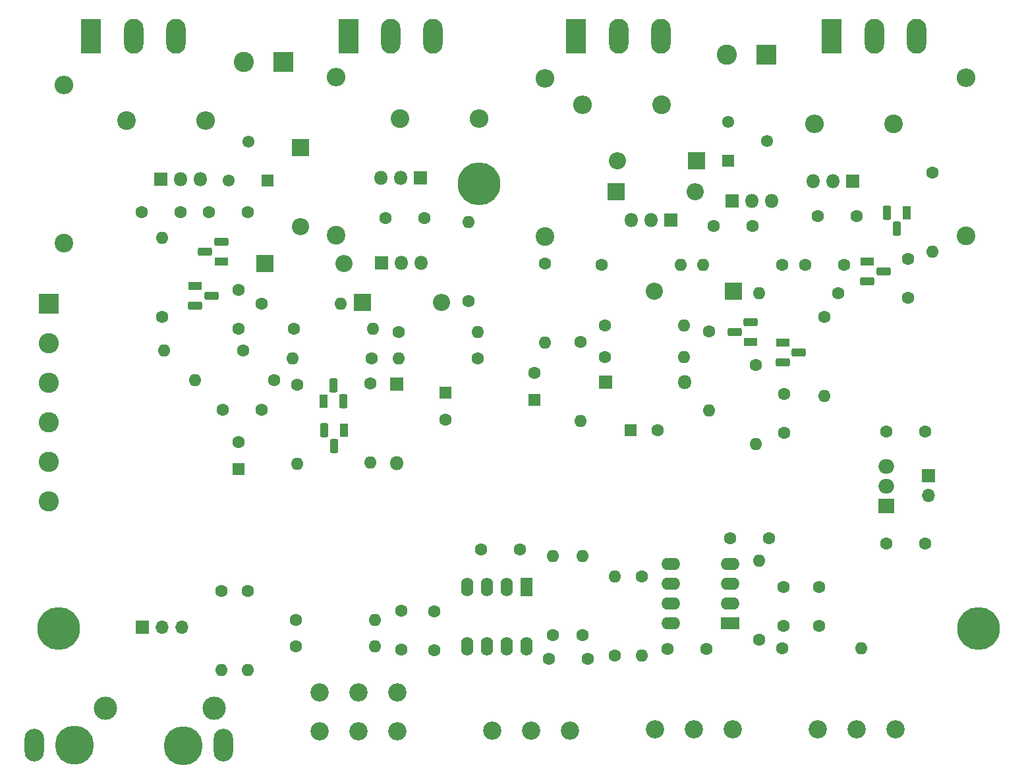
<source format=gbr>
%TF.GenerationSoftware,KiCad,Pcbnew,6.0.0-rc1-unknown-fbdb2bd91f~144~ubuntu20.04.1*%
%TF.CreationDate,2021-12-12T18:35:44-05:00*%
%TF.ProjectId,amplificador_200w_estereo,616d706c-6966-4696-9361-646f725f3230,v0.0.1*%
%TF.SameCoordinates,Original*%
%TF.FileFunction,Soldermask,Bot*%
%TF.FilePolarity,Negative*%
%FSLAX46Y46*%
G04 Gerber Fmt 4.6, Leading zero omitted, Abs format (unit mm)*
G04 Created by KiCad (PCBNEW 6.0.0-rc1-unknown-fbdb2bd91f~144~ubuntu20.04.1) date 2021-12-12 18:35:44*
%MOMM*%
%LPD*%
G01*
G04 APERTURE LIST*
G04 Aperture macros list*
%AMRoundRect*
0 Rectangle with rounded corners*
0 $1 Rounding radius*
0 $2 $3 $4 $5 $6 $7 $8 $9 X,Y pos of 4 corners*
0 Add a 4 corners polygon primitive as box body*
4,1,4,$2,$3,$4,$5,$6,$7,$8,$9,$2,$3,0*
0 Add four circle primitives for the rounded corners*
1,1,$1+$1,$2,$3*
1,1,$1+$1,$4,$5*
1,1,$1+$1,$6,$7*
1,1,$1+$1,$8,$9*
0 Add four rect primitives between the rounded corners*
20,1,$1+$1,$2,$3,$4,$5,0*
20,1,$1+$1,$4,$5,$6,$7,0*
20,1,$1+$1,$6,$7,$8,$9,0*
20,1,$1+$1,$8,$9,$2,$3,0*%
G04 Aperture macros list end*
%ADD10C,5.500000*%
%ADD11C,1.600000*%
%ADD12C,1.550000*%
%ADD13R,1.550000X1.550000*%
%ADD14O,2.500000X4.200000*%
%ADD15C,5.000000*%
%ADD16C,3.000000*%
%ADD17R,1.800000X1.800000*%
%ADD18O,1.800000X1.800000*%
%ADD19O,2.400000X2.400000*%
%ADD20C,2.400000*%
%ADD21R,1.600000X2.400000*%
%ADD22O,1.600000X2.400000*%
%ADD23O,1.600000X1.600000*%
%ADD24R,1.600000X1.600000*%
%ADD25O,2.500000X4.500000*%
%ADD26R,2.500000X4.500000*%
%ADD27RoundRect,0.275000X-0.625000X0.275000X-0.625000X-0.275000X0.625000X-0.275000X0.625000X0.275000X0*%
%ADD28R,1.800000X1.100000*%
%ADD29RoundRect,0.275000X0.625000X-0.275000X0.625000X0.275000X-0.625000X0.275000X-0.625000X-0.275000X0*%
%ADD30O,2.200000X2.200000*%
%ADD31R,2.200000X2.200000*%
%ADD32R,1.700000X1.700000*%
%ADD33O,1.700000X1.700000*%
%ADD34R,2.600000X2.600000*%
%ADD35C,2.600000*%
%ADD36R,2.000000X1.905000*%
%ADD37O,2.000000X1.905000*%
%ADD38C,2.340000*%
%ADD39R,2.400000X1.600000*%
%ADD40O,2.400000X1.600000*%
%ADD41RoundRect,0.275000X0.275000X0.625000X-0.275000X0.625000X-0.275000X-0.625000X0.275000X-0.625000X0*%
%ADD42R,1.100000X1.800000*%
%ADD43RoundRect,0.275000X-0.275000X-0.625000X0.275000X-0.625000X0.275000X0.625000X-0.275000X0.625000X0*%
G04 APERTURE END LIST*
D10*
%TO.C,H3*%
X65540000Y-32350000D03*
%TD*%
%TO.C,H2*%
X11460000Y-89500000D03*
%TD*%
%TO.C,H1*%
X129700000Y-89500000D03*
%TD*%
D11*
%TO.C,C24*%
X102800000Y-77920000D03*
X97800000Y-77920000D03*
%TD*%
%TO.C,C23*%
X79500000Y-93400000D03*
X74500000Y-93400000D03*
%TD*%
%TO.C,C22*%
X70800000Y-79400000D03*
X65800000Y-79400000D03*
%TD*%
%TO.C,C21*%
X89730000Y-92130000D03*
X94730000Y-92130000D03*
%TD*%
D12*
%TO.C,RV2*%
X33382500Y-31975000D03*
X35882500Y-26975000D03*
D13*
X38382500Y-31975000D03*
%TD*%
D12*
%TO.C,RV1*%
X97527500Y-24400000D03*
X102527500Y-26900000D03*
D13*
X97527500Y-29400000D03*
%TD*%
D11*
%TO.C,C20*%
X117800000Y-64200000D03*
X122800000Y-64200000D03*
%TD*%
%TO.C,C19*%
X117800000Y-78600000D03*
X122800000Y-78600000D03*
%TD*%
D14*
%TO.C,J2*%
X8350000Y-104500000D03*
X32650000Y-104500000D03*
D15*
X13500000Y-104500000D03*
D16*
X17500000Y-99750000D03*
D15*
X27500000Y-104600000D03*
D16*
X31500000Y-99750000D03*
%TD*%
D17*
%TO.C,Q16*%
X24600000Y-31800000D03*
D18*
X27140000Y-31800000D03*
X29680000Y-31800000D03*
%TD*%
D17*
%TO.C,Q15*%
X57982500Y-31575000D03*
D18*
X55442500Y-31575000D03*
X52902500Y-31575000D03*
%TD*%
D17*
%TO.C,Q7*%
X113500000Y-32000000D03*
D18*
X110960000Y-32000000D03*
X108420000Y-32000000D03*
%TD*%
D17*
%TO.C,Q6*%
X90122500Y-37050000D03*
D18*
X87582500Y-37050000D03*
X85042500Y-37050000D03*
%TD*%
D17*
%TO.C,Q14*%
X53025000Y-42557500D03*
D18*
X55565000Y-42557500D03*
X58105000Y-42557500D03*
%TD*%
D17*
%TO.C,Q5*%
X98042500Y-34540000D03*
D18*
X100582500Y-34540000D03*
X103122500Y-34540000D03*
%TD*%
D19*
%TO.C,R29*%
X65525000Y-24012500D03*
D20*
X55365000Y-24012500D03*
%TD*%
D19*
%TO.C,R13*%
X128087500Y-18755000D03*
D20*
X128087500Y-39075000D03*
%TD*%
D21*
%TO.C,U1*%
X71600000Y-84200000D03*
D22*
X69060000Y-84200000D03*
X66520000Y-84200000D03*
X63980000Y-84200000D03*
X63980000Y-91820000D03*
X66520000Y-91820000D03*
X69060000Y-91820000D03*
X71600000Y-91820000D03*
%TD*%
D23*
%TO.C,R2*%
X109900000Y-59660000D03*
D11*
X109900000Y-49500000D03*
%TD*%
%TO.C,C3*%
X72637500Y-56675000D03*
D24*
X72637500Y-60175000D03*
%TD*%
D25*
%TO.C,Q9*%
X121732500Y-13412500D03*
X116282500Y-13412500D03*
D26*
X110832500Y-13412500D03*
%TD*%
D23*
%TO.C,R1*%
X101052500Y-65805000D03*
D11*
X101052500Y-55645000D03*
%TD*%
%TO.C,R39*%
X78800000Y-90400000D03*
D23*
X78800000Y-80240000D03*
%TD*%
D11*
%TO.C,C4*%
X112400000Y-42800000D03*
X107400000Y-42800000D03*
%TD*%
D27*
%TO.C,Q4*%
X115400000Y-44940000D03*
X117470000Y-43670000D03*
D28*
X115400000Y-42400000D03*
%TD*%
D11*
%TO.C,R33*%
X104470000Y-92040000D03*
D23*
X114630000Y-92040000D03*
%TD*%
D11*
%TO.C,R34*%
X101520000Y-90960000D03*
D23*
X101520000Y-80800000D03*
%TD*%
D11*
%TO.C,C18*%
X59740000Y-87300000D03*
X59740000Y-92300000D03*
%TD*%
D29*
%TO.C,Q2*%
X100407500Y-50165000D03*
X98337500Y-51435000D03*
D28*
X100407500Y-52705000D03*
%TD*%
D30*
%TO.C,D3*%
X93262500Y-33395000D03*
D31*
X83102500Y-33395000D03*
%TD*%
D30*
%TO.C,D8*%
X42565000Y-37892500D03*
D31*
X42565000Y-27732500D03*
%TD*%
D32*
%TO.C,J5*%
X22275000Y-89375000D03*
D33*
X24815000Y-89375000D03*
X27355000Y-89375000D03*
%TD*%
D30*
%TO.C,D2*%
X88072500Y-46145000D03*
D31*
X98232500Y-46145000D03*
%TD*%
D11*
%TO.C,C12*%
X35782500Y-35975000D03*
X30782500Y-35975000D03*
%TD*%
D18*
%TO.C,D5*%
X54965000Y-68292500D03*
D17*
X54965000Y-58132500D03*
%TD*%
D19*
%TO.C,R14*%
X78822500Y-22195000D03*
D20*
X88982500Y-22195000D03*
%TD*%
D11*
%TO.C,C1*%
X104677500Y-64400000D03*
X104677500Y-59400000D03*
%TD*%
D23*
%TO.C,R16*%
X42182500Y-68335000D03*
D11*
X42182500Y-58175000D03*
%TD*%
D23*
%TO.C,R21*%
X51565000Y-68162500D03*
D11*
X51565000Y-58002500D03*
%TD*%
D23*
%TO.C,R9*%
X101502500Y-46395000D03*
D11*
X111662500Y-46395000D03*
%TD*%
D34*
%TO.C,J1*%
X10200000Y-47800000D03*
D35*
X10200000Y-52880000D03*
X10200000Y-57960000D03*
X10200000Y-63040000D03*
X10200000Y-68120000D03*
X10200000Y-73200000D03*
%TD*%
D23*
%TO.C,R18*%
X55195000Y-54812500D03*
D11*
X65355000Y-54812500D03*
%TD*%
D30*
%TO.C,D7*%
X48125000Y-42612500D03*
D31*
X37965000Y-42612500D03*
%TD*%
D27*
%TO.C,Q12*%
X29062500Y-48045000D03*
X31132500Y-46775000D03*
D28*
X29062500Y-45505000D03*
%TD*%
D23*
%TO.C,R23*%
X64155000Y-37262500D03*
D11*
X64155000Y-47422500D03*
%TD*%
%TO.C,R38*%
X42000000Y-91800000D03*
D23*
X52160000Y-91800000D03*
%TD*%
D25*
%TO.C,Q17*%
X59615000Y-13412500D03*
X54165000Y-13412500D03*
D26*
X48715000Y-13412500D03*
%TD*%
D23*
%TO.C,R19*%
X41595000Y-54812500D03*
D11*
X51755000Y-54812500D03*
%TD*%
D26*
%TO.C,Q18*%
X15665000Y-13412500D03*
D25*
X21115000Y-13412500D03*
X26565000Y-13412500D03*
%TD*%
D30*
%TO.C,D4*%
X83302500Y-29395000D03*
D31*
X93462500Y-29395000D03*
%TD*%
D11*
%TO.C,R36*%
X83000000Y-93000000D03*
D23*
X83000000Y-82840000D03*
%TD*%
%TO.C,R17*%
X29022500Y-57575000D03*
D11*
X39182500Y-57575000D03*
%TD*%
%TO.C,C6*%
X100682500Y-37795000D03*
X95682500Y-37795000D03*
%TD*%
D32*
%TO.C,J6*%
X123225000Y-69850000D03*
D33*
X123225000Y-72390000D03*
%TD*%
D36*
%TO.C,U3*%
X117800000Y-73752500D03*
D37*
X117800000Y-71212500D03*
X117800000Y-68672500D03*
%TD*%
D35*
%TO.C,J4*%
X35320000Y-16717500D03*
D34*
X40400000Y-16717500D03*
%TD*%
D38*
%TO.C,RV3*%
X67200000Y-102600000D03*
X72200000Y-102600000D03*
X77200000Y-102600000D03*
%TD*%
D30*
%TO.C,D6*%
X60715000Y-47612500D03*
D31*
X50555000Y-47612500D03*
%TD*%
D11*
%TO.C,R35*%
X86400000Y-82800000D03*
D23*
X86400000Y-92960000D03*
%TD*%
D18*
%TO.C,D1*%
X91912500Y-57875000D03*
D17*
X81752500Y-57875000D03*
%TD*%
D19*
%TO.C,R30*%
X30360000Y-24200000D03*
D20*
X20200000Y-24200000D03*
%TD*%
D19*
%TO.C,R27*%
X47165000Y-18692500D03*
D20*
X47165000Y-39012500D03*
%TD*%
D26*
%TO.C,Q8*%
X77982500Y-13412500D03*
D25*
X83432500Y-13412500D03*
X88882500Y-13412500D03*
%TD*%
D23*
%TO.C,R6*%
X78552500Y-62880000D03*
D11*
X78552500Y-52720000D03*
%TD*%
D23*
%TO.C,R22*%
X51915000Y-51017500D03*
D11*
X41755000Y-51017500D03*
%TD*%
D39*
%TO.C,U2*%
X97800000Y-88800000D03*
D40*
X97800000Y-86260000D03*
X97800000Y-83720000D03*
X97800000Y-81180000D03*
X90180000Y-81180000D03*
X90180000Y-83720000D03*
X90180000Y-86260000D03*
X90180000Y-88800000D03*
%TD*%
D11*
%TO.C,R40*%
X75000000Y-90400000D03*
D23*
X75000000Y-80240000D03*
%TD*%
%TO.C,R26*%
X65315000Y-51412500D03*
D11*
X55155000Y-51412500D03*
%TD*%
D41*
%TO.C,Q10*%
X45625000Y-64012500D03*
X46895000Y-66082500D03*
D42*
X48165000Y-64012500D03*
%TD*%
D19*
%TO.C,R28*%
X12200000Y-19680000D03*
D20*
X12200000Y-40000000D03*
%TD*%
D28*
%TO.C,Q13*%
X32400000Y-42400000D03*
D29*
X30330000Y-41130000D03*
X32400000Y-39860000D03*
%TD*%
D11*
%TO.C,C11*%
X34582500Y-45975000D03*
X34582500Y-50975000D03*
%TD*%
D38*
%TO.C,RV6*%
X45000000Y-102750000D03*
X50000000Y-102750000D03*
X55000000Y-102750000D03*
X45000000Y-97750000D03*
X50000000Y-97750000D03*
X55000000Y-97750000D03*
%TD*%
D23*
%TO.C,R11*%
X94302500Y-42795000D03*
D11*
X104462500Y-42795000D03*
%TD*%
%TO.C,C17*%
X55550000Y-92260000D03*
X55550000Y-87260000D03*
%TD*%
%TO.C,C8*%
X32582500Y-61375000D03*
X37582500Y-61375000D03*
%TD*%
D27*
%TO.C,Q1*%
X104532500Y-55295000D03*
X106602500Y-54025000D03*
D28*
X104532500Y-52755000D03*
%TD*%
D43*
%TO.C,Q11*%
X48035000Y-60332500D03*
X46765000Y-58262500D03*
D42*
X45495000Y-60332500D03*
%TD*%
D23*
%TO.C,R7*%
X73957500Y-52775000D03*
D11*
X73957500Y-42615000D03*
%TD*%
%TO.C,C13*%
X58465000Y-36812500D03*
X53465000Y-36812500D03*
%TD*%
D23*
%TO.C,R24*%
X47715000Y-47817500D03*
D11*
X37555000Y-47817500D03*
%TD*%
D20*
%TO.C,R12*%
X73982500Y-39155000D03*
D19*
X73982500Y-18835000D03*
%TD*%
D11*
%TO.C,R31*%
X35800000Y-84720000D03*
D23*
X35800000Y-94880000D03*
%TD*%
%TO.C,R5*%
X95027500Y-61480000D03*
D11*
X95027500Y-51320000D03*
%TD*%
D38*
%TO.C,RV5*%
X88100000Y-102500000D03*
X93100000Y-102500000D03*
X98100000Y-102500000D03*
%TD*%
%TO.C,RV4*%
X109000000Y-102500000D03*
X114000000Y-102500000D03*
X119000000Y-102500000D03*
%TD*%
D23*
%TO.C,R4*%
X91887500Y-54600000D03*
D11*
X81727500Y-54600000D03*
%TD*%
%TO.C,C10*%
X34582500Y-65527651D03*
D24*
X34582500Y-69027651D03*
%TD*%
D11*
%TO.C,C16*%
X104600000Y-89200000D03*
X104600000Y-84200000D03*
%TD*%
%TO.C,R37*%
X41970000Y-88410000D03*
D23*
X52130000Y-88410000D03*
%TD*%
D11*
%TO.C,C7*%
X109000000Y-36500000D03*
X114000000Y-36500000D03*
%TD*%
D23*
%TO.C,R20*%
X25022500Y-53775000D03*
D11*
X35182500Y-53775000D03*
%TD*%
D19*
%TO.C,R15*%
X108602500Y-24675000D03*
D20*
X118762500Y-24675000D03*
%TD*%
D23*
%TO.C,R8*%
X91462500Y-42795000D03*
D11*
X81302500Y-42795000D03*
%TD*%
D23*
%TO.C,R25*%
X24800000Y-39320000D03*
D11*
X24800000Y-49480000D03*
%TD*%
D41*
%TO.C,Q3*%
X117930000Y-36080000D03*
X119200000Y-38150000D03*
D42*
X120470000Y-36080000D03*
%TD*%
D11*
%TO.C,C5*%
X120600000Y-47000000D03*
X120600000Y-42000000D03*
%TD*%
%TO.C,C9*%
X61182500Y-62675000D03*
D24*
X61182500Y-59175000D03*
%TD*%
D11*
%TO.C,C14*%
X27200000Y-36000000D03*
X22200000Y-36000000D03*
%TD*%
D23*
%TO.C,R3*%
X91837500Y-50575000D03*
D11*
X81677500Y-50575000D03*
%TD*%
%TO.C,C15*%
X109200000Y-84200000D03*
X109200000Y-89200000D03*
%TD*%
D23*
%TO.C,R10*%
X123800000Y-41080000D03*
D11*
X123800000Y-30920000D03*
%TD*%
D34*
%TO.C,J3*%
X102400000Y-15800000D03*
D35*
X97320000Y-15800000D03*
%TD*%
D11*
%TO.C,R32*%
X32400000Y-84710000D03*
D23*
X32400000Y-94870000D03*
%TD*%
D11*
%TO.C,C2*%
X88474849Y-64075000D03*
D24*
X84974849Y-64075000D03*
%TD*%
M02*

</source>
